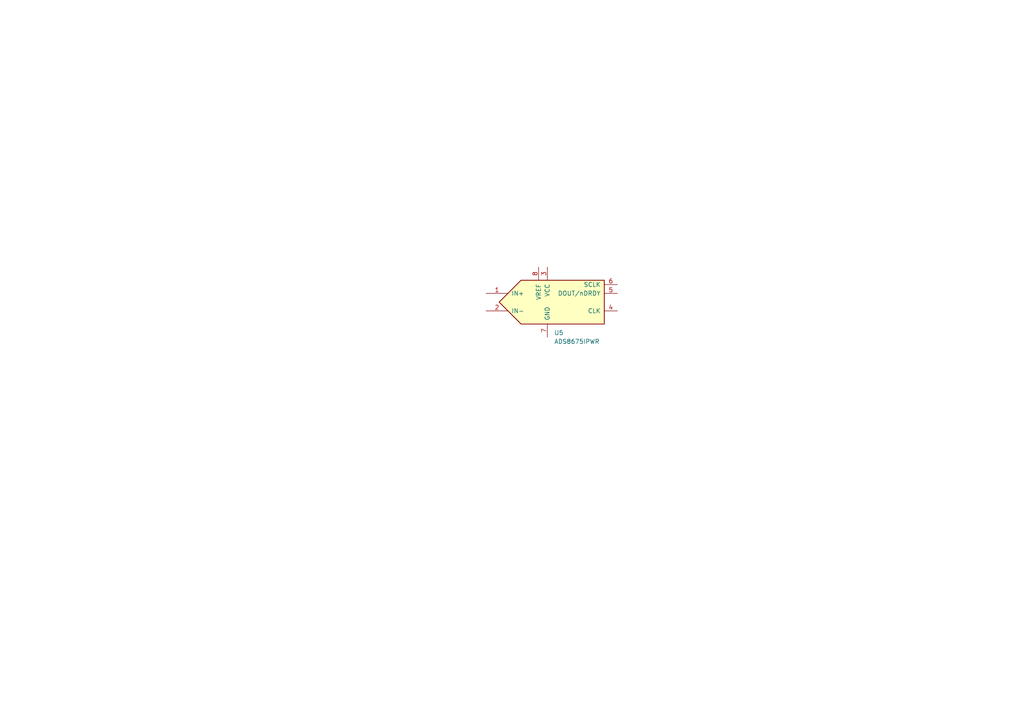
<source format=kicad_sch>
(kicad_sch (version 20230121) (generator eeschema)
  (paper "A4")
  (lib_symbols
    (symbol "adclib:ADS1251" (pin_names (offset 1.016))
      (property "Reference" "U" (at -10.16 7.62 0))
      (property "Value" "ADS8675IPWR" (at 13.97 7.62 0))
      (symbol "ADS1251_0_1"
        (polyline (pts (xy 13.97 6.35) (xy -10.16 6.35) (xy -16.51 0) (xy -10.16 -6.35) (xy 11.43 -6.35) (xy 13.97 -6.35) (xy 13.97 6.35)) (stroke (width 0.254)) (fill (type background)))
      )
      (symbol "ADS1251_1_1"
        (pin input line (at -20.32 2.54 0) (length 6.35) (name "IN+") (number "1"))
        (pin input line (at -20.32 -2.54 0) (length 6.35) (name "IN-") (number "2"))
        (pin power_in line (at -2.54 10.16 270) (length 3.81) (name "VCC") (number "3"))
        (pin input line (at 17.78 -2.54 180) (length 3.81) (name "CLK") (number "4"))
        (pin output line (at 17.78 2.54 180) (length 3.81) (name "DOUT/nDRDY") (number "5"))
        (pin input line (at 17.78 5.08 180) (length 3.81) (name "SCLK") (number "6"))
        (pin power_in line (at -2.54 -10.16 90) (length 3.81) (name "GND") (number "7"))
        (pin input line (at -5.08 10.16 270) (length 3.81) (name "VREF") (number "8"))
      )
    )
  )
  (symbol (lib_id "adclib:ADS1251") (at 161.29 87.63 0) (unit 1)
    (property "Reference" "U5" (at 160.7059 96.52 0) (effects (justify left)))
    (property "Value" "ADS8675IPWR" (at 160.7059 99.06 0) (effects (justify left)))
    (property "Footprint" "Package_SO:TSSOP-16_4.4x5mm_P0.65mm" (effects hide))
    (property "Datasheet" "http://www.ti.com/lit/ds/symlink/ads1251.pdf" (effects hide))
  )
)
</source>
